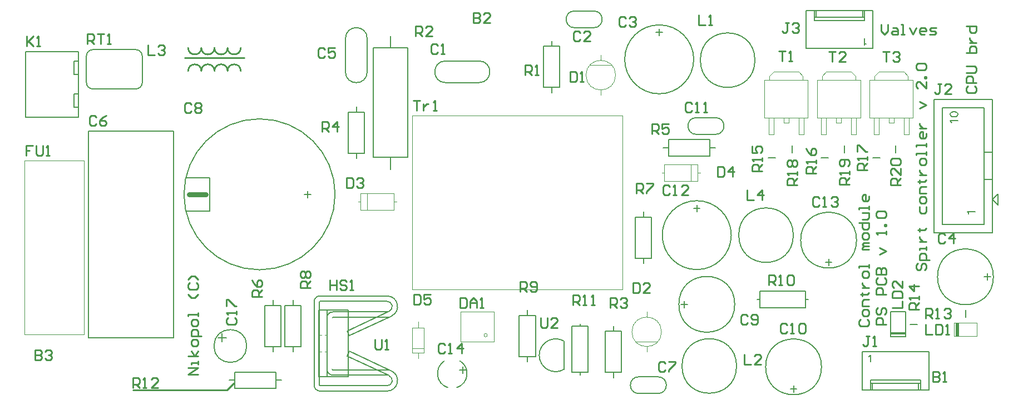
<source format=gto>
%FSLAX24Y24*%
%MOIN*%
G70*
G01*
G75*
G04 Layer_Color=65535*
%ADD10R,0.0374X0.0551*%
%ADD11R,0.0551X0.0374*%
G04:AMPARAMS|DCode=12|XSize=228.3mil|YSize=244.1mil|CornerRadius=57.1mil|HoleSize=0mil|Usage=FLASHONLY|Rotation=0.000|XOffset=0mil|YOffset=0mil|HoleType=Round|Shape=RoundedRectangle|*
%AMROUNDEDRECTD12*
21,1,0.2283,0.1299,0,0,0.0*
21,1,0.1142,0.2441,0,0,0.0*
1,1,0.1142,0.0571,-0.0650*
1,1,0.1142,-0.0571,-0.0650*
1,1,0.1142,-0.0571,0.0650*
1,1,0.1142,0.0571,0.0650*
%
%ADD12ROUNDEDRECTD12*%
G04:AMPARAMS|DCode=13|XSize=63mil|YSize=118.1mil|CornerRadius=15.7mil|HoleSize=0mil|Usage=FLASHONLY|Rotation=0.000|XOffset=0mil|YOffset=0mil|HoleType=Round|Shape=RoundedRectangle|*
%AMROUNDEDRECTD13*
21,1,0.0630,0.0866,0,0,0.0*
21,1,0.0315,0.1181,0,0,0.0*
1,1,0.0315,0.0157,-0.0433*
1,1,0.0315,-0.0157,-0.0433*
1,1,0.0315,-0.0157,0.0433*
1,1,0.0315,0.0157,0.0433*
%
%ADD13ROUNDEDRECTD13*%
G04:AMPARAMS|DCode=14|XSize=40mil|YSize=60mil|CornerRadius=10mil|HoleSize=0mil|Usage=FLASHONLY|Rotation=270.000|XOffset=0mil|YOffset=0mil|HoleType=Round|Shape=RoundedRectangle|*
%AMROUNDEDRECTD14*
21,1,0.0400,0.0400,0,0,270.0*
21,1,0.0200,0.0600,0,0,270.0*
1,1,0.0200,-0.0200,-0.0100*
1,1,0.0200,-0.0200,0.0100*
1,1,0.0200,0.0200,0.0100*
1,1,0.0200,0.0200,-0.0100*
%
%ADD14ROUNDEDRECTD14*%
G04:AMPARAMS|DCode=15|XSize=40mil|YSize=60mil|CornerRadius=10mil|HoleSize=0mil|Usage=FLASHONLY|Rotation=180.000|XOffset=0mil|YOffset=0mil|HoleType=Round|Shape=RoundedRectangle|*
%AMROUNDEDRECTD15*
21,1,0.0400,0.0400,0,0,180.0*
21,1,0.0200,0.0600,0,0,180.0*
1,1,0.0200,-0.0100,0.0200*
1,1,0.0200,0.0100,0.0200*
1,1,0.0200,0.0100,-0.0200*
1,1,0.0200,-0.0100,-0.0200*
%
%ADD15ROUNDEDRECTD15*%
%ADD16C,0.0197*%
%ADD17C,0.0394*%
%ADD18C,0.0295*%
%ADD19C,0.0138*%
%ADD20C,0.0118*%
%ADD21C,0.0630*%
%ADD22R,0.0591X0.0591*%
%ADD23C,0.0591*%
%ADD24R,0.0630X0.0630*%
%ADD25C,0.0748*%
G04:AMPARAMS|DCode=26|XSize=98.4mil|YSize=98.4mil|CornerRadius=0mil|HoleSize=0mil|Usage=FLASHONLY|Rotation=90.000|XOffset=0mil|YOffset=0mil|HoleType=Round|Shape=Octagon|*
%AMOCTAGOND26*
4,1,8,0.0246,0.0492,-0.0246,0.0492,-0.0492,0.0246,-0.0492,-0.0246,-0.0246,-0.0492,0.0246,-0.0492,0.0492,-0.0246,0.0492,0.0246,0.0246,0.0492,0.0*
%
%ADD26OCTAGOND26*%

%ADD27C,0.0984*%
%ADD28C,0.0787*%
G04:AMPARAMS|DCode=29|XSize=78.7mil|YSize=78.7mil|CornerRadius=0mil|HoleSize=0mil|Usage=FLASHONLY|Rotation=0.000|XOffset=0mil|YOffset=0mil|HoleType=Round|Shape=Octagon|*
%AMOCTAGOND29*
4,1,8,0.0394,-0.0197,0.0394,0.0197,0.0197,0.0394,-0.0197,0.0394,-0.0394,0.0197,-0.0394,-0.0197,-0.0197,-0.0394,0.0197,-0.0394,0.0394,-0.0197,0.0*
%
%ADD29OCTAGOND29*%

G04:AMPARAMS|DCode=30|XSize=59.1mil|YSize=59.1mil|CornerRadius=0mil|HoleSize=0mil|Usage=FLASHONLY|Rotation=180.000|XOffset=0mil|YOffset=0mil|HoleType=Round|Shape=Octagon|*
%AMOCTAGOND30*
4,1,8,-0.0295,0.0148,-0.0295,-0.0148,-0.0148,-0.0295,0.0148,-0.0295,0.0295,-0.0148,0.0295,0.0148,0.0148,0.0295,-0.0148,0.0295,-0.0295,0.0148,0.0*
%
%ADD30OCTAGOND30*%

%ADD31C,0.2559*%
%ADD32C,0.1181*%
%ADD33R,0.0591X0.0591*%
%ADD34C,0.0709*%
%ADD35C,0.1575*%
%ADD36R,0.1575X0.1575*%
G04:AMPARAMS|DCode=37|XSize=59.1mil|YSize=59.1mil|CornerRadius=0mil|HoleSize=0mil|Usage=FLASHONLY|Rotation=270.000|XOffset=0mil|YOffset=0mil|HoleType=Round|Shape=Octagon|*
%AMOCTAGOND37*
4,1,8,-0.0148,-0.0295,0.0148,-0.0295,0.0295,-0.0148,0.0295,0.0148,0.0148,0.0295,-0.0148,0.0295,-0.0295,0.0148,-0.0295,-0.0148,-0.0148,-0.0295,0.0*
%
%ADD37OCTAGOND37*%

%ADD38C,0.0669*%
%ADD39C,0.0500*%
%ADD40R,0.0551X0.0413*%
G04:AMPARAMS|DCode=41|XSize=80mil|YSize=130mil|CornerRadius=20mil|HoleSize=0mil|Usage=FLASHONLY|Rotation=270.000|XOffset=0mil|YOffset=0mil|HoleType=Round|Shape=RoundedRectangle|*
%AMROUNDEDRECTD41*
21,1,0.0800,0.0900,0,0,270.0*
21,1,0.0400,0.1300,0,0,270.0*
1,1,0.0400,-0.0450,-0.0200*
1,1,0.0400,-0.0450,0.0200*
1,1,0.0400,0.0450,0.0200*
1,1,0.0400,0.0450,-0.0200*
%
%ADD41ROUNDEDRECTD41*%
G04:AMPARAMS|DCode=42|XSize=39.4mil|YSize=98.4mil|CornerRadius=9.8mil|HoleSize=0mil|Usage=FLASHONLY|Rotation=180.000|XOffset=0mil|YOffset=0mil|HoleType=Round|Shape=RoundedRectangle|*
%AMROUNDEDRECTD42*
21,1,0.0394,0.0787,0,0,180.0*
21,1,0.0197,0.0984,0,0,180.0*
1,1,0.0197,-0.0098,0.0394*
1,1,0.0197,0.0098,0.0394*
1,1,0.0197,0.0098,-0.0394*
1,1,0.0197,-0.0098,-0.0394*
%
%ADD42ROUNDEDRECTD42*%
%ADD43C,0.0787*%
%ADD44C,0.1181*%
%ADD45R,0.5000X0.2700*%
%ADD46R,0.3850X0.3250*%
%ADD47C,0.0079*%
%ADD48C,0.0050*%
%ADD49C,0.0049*%
%ADD50C,0.0100*%
%ADD51C,0.0039*%
%ADD52C,0.0315*%
%ADD53C,0.0059*%
%ADD54R,0.0883X0.0118*%
%ADD55R,0.0200X0.0800*%
D47*
X31786Y10246D02*
G03*
X32054Y11454I0J634D01*
G01*
X27420Y10604D02*
G03*
X27778Y10246I358J0D01*
G01*
X31786Y10565D02*
G03*
X31919Y11165I0J315D01*
G01*
X27778Y15954D02*
G03*
X27420Y15596I0J-358D01*
G01*
X27739Y10604D02*
G03*
X27778Y10565I39J0D01*
G01*
X32054Y14746D02*
G03*
X31786Y15954I-268J574D01*
G01*
X27778Y15635D02*
G03*
X27739Y15596I0J-39D01*
G01*
X31919Y15035D02*
G03*
X31786Y15635I-133J285D01*
G01*
X28187Y11561D02*
G03*
X28546Y11202I358J0D01*
G01*
Y14998D02*
G03*
X28187Y14639I0J-358D01*
G01*
X28506Y11561D02*
G03*
X28546Y11521I39J0D01*
G01*
Y14679D02*
G03*
X28506Y14639I0J-39D01*
G01*
X57823Y11700D02*
G03*
X57823Y11700I-1673J0D01*
G01*
X52623Y15450D02*
G03*
X52623Y15450I-1673J0D01*
G01*
X52734Y11750D02*
G03*
X52734Y11750I-1634J0D01*
G01*
X59923Y19300D02*
G03*
X59923Y19300I-1673J0D01*
G01*
X56134Y19600D02*
G03*
X56134Y19600I-1634J0D01*
G01*
X68123Y17100D02*
G03*
X68123Y17100I-1673J0D01*
G01*
X14170Y30731D02*
G03*
X13777Y30337I0J-394D01*
G01*
Y28763D02*
G03*
X14170Y28369I394J0D01*
G01*
X16730D02*
G03*
X17123Y28763I0J394D01*
G01*
Y30337D02*
G03*
X16730Y30731I-394J0D01*
G01*
X28678Y22050D02*
G03*
X28678Y22050I-4528J0D01*
G01*
X52417Y19600D02*
G03*
X52417Y19600I-2067J0D01*
G01*
X35980Y10460D02*
G03*
X36154Y12060I-280J840D01*
G01*
X35209Y12037D02*
G03*
X35420Y10460I491J-737D01*
G01*
X50167Y30150D02*
G03*
X50167Y30150I-2067J0D01*
G01*
X53834Y30100D02*
G03*
X53834Y30100I-1634J0D01*
G01*
X29523Y12634D02*
X32054Y11454D01*
X27778Y10246D02*
X31786D01*
X29388Y12345D02*
X29523Y12634D01*
X29388Y12345D02*
X31919Y11165D01*
X27420Y10604D02*
Y15596D01*
X27778Y10565D02*
X31786D01*
X27778Y15954D02*
X31786D01*
X27739Y10604D02*
Y15596D01*
X29523Y13566D02*
X32054Y14746D01*
X29388Y13855D02*
X29523Y13566D01*
X27778Y15635D02*
X31786D01*
X29388Y13855D02*
X31919Y15035D01*
X28546Y11202D02*
X31839D01*
X28546Y14998D02*
X31839D01*
X28187Y11561D02*
Y12383D01*
Y13817D02*
Y14639D01*
X28546Y11521D02*
X31909D01*
X28546Y14679D02*
X31909D01*
X53972Y15750D02*
X54122D01*
X56878D02*
X57028D01*
X54122Y16242D02*
X56878D01*
Y15258D02*
Y16242D01*
X54122Y15258D02*
X56878D01*
X54122Y16242D02*
X54122Y15258D01*
X55953Y10381D02*
X56347D01*
X56150Y10184D02*
Y10578D01*
X49415Y15450D02*
X49808D01*
X49611Y15253D02*
Y15647D01*
X45350Y13840D02*
Y14155D01*
Y11045D02*
Y11360D01*
X44858D02*
Y13840D01*
X45842D01*
Y11360D02*
Y13840D01*
X44858Y11360D02*
X45842D01*
X58053Y17981D02*
X58447D01*
X58250Y17784D02*
Y18178D01*
X62250Y24533D02*
Y24967D01*
X60883Y24250D02*
X61317D01*
X59200Y24533D02*
Y24967D01*
X57783Y24250D02*
X58217D01*
X56050Y24533D02*
Y24967D01*
X54633Y24250D02*
X55067D01*
X57507Y32691D02*
Y33085D01*
X60293Y32691D02*
Y33085D01*
X57400Y32691D02*
X60400D01*
X57400Y32482D02*
Y33085D01*
Y32482D02*
X60400D01*
Y33085D01*
X56900D02*
X60900D01*
X56900Y30801D02*
Y33085D01*
Y30801D02*
X60900D01*
Y33085D01*
X24950Y12595D02*
Y12910D01*
Y15390D02*
Y15705D01*
X25442Y12910D02*
Y15390D01*
X24458Y12910D02*
X25442D01*
X24458D02*
Y15390D01*
X25442D01*
X26150Y12595D02*
Y12910D01*
Y15390D02*
Y15705D01*
X26642Y12910D02*
Y15390D01*
X25658Y12910D02*
X26642D01*
X25658D02*
Y15390D01*
X26642D01*
X29950Y24195D02*
Y24510D01*
Y26990D02*
Y27305D01*
X30442Y24510D02*
Y26990D01*
X29458Y24510D02*
X30442D01*
X29458D02*
Y26990D01*
X30442D01*
X63133Y14250D02*
X63567D01*
X22345Y10900D02*
X22660D01*
X25140D02*
X25455D01*
X22660Y10408D02*
X25140D01*
X22660D02*
Y11392D01*
X25140D01*
Y10408D02*
Y11392D01*
X66450Y14683D02*
Y15117D01*
X67769Y16903D02*
Y17297D01*
X67572Y17100D02*
X67966D01*
X19009Y13449D02*
Y25851D01*
X13891Y13449D02*
Y25851D01*
Y13449D02*
X19009D01*
X13891Y25851D02*
X19009D01*
X13777Y28763D02*
Y30337D01*
X14170Y28369D02*
X16730D01*
X17123Y28763D02*
Y30337D01*
X14170Y30731D02*
X16730D01*
X27024Y21833D02*
Y22227D01*
X26827Y22030D02*
X27221D01*
X19768Y21050D02*
X21168D01*
X19768Y23050D02*
X21168D01*
Y21050D02*
Y23050D01*
X48345Y24850D02*
X48660D01*
X51140D02*
X51455D01*
X48660Y24358D02*
X51140D01*
X48660D02*
Y25342D01*
X51140D01*
Y24358D02*
Y25342D01*
X50350Y21017D02*
Y21411D01*
X50153Y21214D02*
X50547D01*
X47150Y17895D02*
Y18210D01*
Y20690D02*
Y21005D01*
X47642Y18210D02*
Y20690D01*
X46658Y18210D02*
X47642D01*
X46658D02*
Y20690D01*
X47642D01*
X36330Y11320D02*
Y11713D01*
X36133Y11517D02*
X36527D01*
X40200Y14790D02*
Y15105D01*
Y11995D02*
Y12310D01*
X39708D02*
Y14790D01*
X40692D01*
Y12310D02*
Y14790D01*
X39708Y12310D02*
X40692D01*
X60250Y10315D02*
Y12599D01*
X64250D01*
Y10315D02*
Y12599D01*
X60250Y10315D02*
X64250D01*
X60750D02*
Y10918D01*
X63750D01*
Y10315D02*
Y10918D01*
X60750Y10709D02*
X63750D01*
X60857Y10315D02*
Y10709D01*
X63643Y10315D02*
Y10709D01*
X43350Y11222D02*
Y11372D01*
Y14128D02*
Y14278D01*
X42858Y11372D02*
Y14128D01*
X43842D01*
Y11372D02*
Y14128D01*
X42858Y11372D02*
X43842Y11372D01*
X68390Y21412D02*
Y22092D01*
X68050Y21752D02*
X68390Y21412D01*
X68050Y21752D02*
X68390Y22092D01*
X64550Y19750D02*
Y27750D01*
X68050D01*
Y19750D02*
Y27750D01*
X64550Y19750D02*
X68050D01*
X67550Y20250D02*
Y27250D01*
X65050Y20250D02*
X67550D01*
X65050D02*
Y27250D01*
X67550D01*
Y22940D02*
X68050D01*
X67550Y24560D02*
X68050D01*
X28200Y11100D02*
Y15100D01*
X27700Y11100D02*
Y15100D01*
X29450D01*
Y11100D02*
Y15100D01*
X27700Y11100D02*
X29450D01*
X30976Y30837D02*
X33024D01*
X30976Y24263D02*
Y30837D01*
Y24263D02*
X33024D01*
Y30837D01*
X32000D02*
Y31550D01*
Y23550D02*
Y24263D01*
X41650Y28145D02*
Y28460D01*
Y30940D02*
Y31255D01*
X42142Y28460D02*
Y30940D01*
X41158Y28460D02*
X42142D01*
X41158D02*
Y30940D01*
X42142D01*
X48100Y31567D02*
Y31961D01*
X47903Y31764D02*
X48297D01*
X66640Y20884D02*
X66618Y20929D01*
X66550Y20996D01*
X67022D01*
X65616Y26346D02*
X65594Y26391D01*
X65526Y26459D01*
X65999D01*
X65526Y26828D02*
X65549Y26760D01*
X65616Y26715D01*
X65729Y26693D01*
X65796D01*
X65909Y26715D01*
X65976Y26760D01*
X65999Y26828D01*
Y26873D01*
X65976Y26940D01*
X65909Y26985D01*
X65796Y27008D01*
X65729D01*
X65616Y26985D01*
X65549Y26940D01*
X65526Y26873D01*
Y26828D01*
D48*
X44177Y32050D02*
G03*
X44177Y33050I0J500D01*
G01*
X43023D02*
G03*
X43023Y32050I0J-500D01*
G01*
X23384Y12950D02*
G03*
X23384Y12950I-984J0D01*
G01*
X35300Y30050D02*
G03*
X35300Y28750I0J-650D01*
G01*
X37300D02*
G03*
X37300Y30050I0J650D01*
G01*
X50323Y26650D02*
G03*
X50323Y25650I0J-500D01*
G01*
X51477D02*
G03*
X51477Y26650I0J500D01*
G01*
X42400Y13240D02*
G03*
X42400Y11550I-505J-845D01*
G01*
X48027Y10100D02*
G03*
X48027Y11100I0J500D01*
G01*
X46873D02*
G03*
X46873Y10100I0J-500D01*
G01*
X29300Y29400D02*
G03*
X30600Y29400I650J0D01*
G01*
Y31400D02*
G03*
X29300Y31400I-650J0D01*
G01*
X43023Y32050D02*
X44177D01*
X43023Y33050D02*
X44177D01*
X61950Y15000D02*
X62850D01*
X61950Y13500D02*
X62850D01*
Y15000D01*
X61950Y13500D02*
Y15000D01*
X21900Y13200D02*
Y13700D01*
X21650Y13450D02*
X22150D01*
X35300Y28750D02*
X37300D01*
X35300Y30050D02*
X37300D01*
X10137Y26681D02*
X13287D01*
X10137D02*
Y30619D01*
X13287Y26681D02*
Y30619D01*
X10137D02*
X13287D01*
X13031Y27272D02*
X13287D01*
X13031D02*
Y28059D01*
X13287D01*
X13031Y29241D02*
X13287D01*
X13031D02*
Y30028D01*
X13287D01*
X50323Y26650D02*
X51477D01*
X50323Y25650D02*
X51477D01*
X42400Y13240D02*
X42400Y11550D01*
X46873Y10100D02*
X48027D01*
X46873Y11100D02*
X48027D01*
X30600Y29400D02*
Y31400D01*
X29300Y29400D02*
Y31400D01*
D49*
X45486Y29200D02*
G03*
X45486Y29200I-886J0D01*
G01*
X48236Y13800D02*
G03*
X48236Y13800I-886J0D01*
G01*
X54400Y26650D02*
X57000D01*
X54400D02*
Y28900D01*
X57000D01*
Y26650D02*
Y28900D01*
X54700D02*
Y29150D01*
X54950Y29400D01*
X56450D01*
X56700Y29150D01*
Y28900D02*
Y29150D01*
X54650Y25650D02*
Y26650D01*
Y25650D02*
X54950D01*
Y26650D01*
X56750Y25650D02*
Y26650D01*
X56450Y25650D02*
X56750D01*
X56450D02*
Y26650D01*
X55550Y26350D02*
Y26650D01*
Y26350D02*
X55850D01*
Y26650D01*
X57550D02*
X60150D01*
X57550D02*
Y28900D01*
X60150D01*
Y26650D02*
Y28900D01*
X57850D02*
Y29150D01*
X58100Y29400D01*
X59600D01*
X59850Y29150D01*
Y28900D02*
Y29150D01*
X57800Y25650D02*
Y26650D01*
Y25650D02*
X58100D01*
Y26650D01*
X59900Y25650D02*
Y26650D01*
X59600Y25650D02*
X59900D01*
X59600D02*
Y26650D01*
X58700Y26350D02*
Y26650D01*
Y26350D02*
X59000D01*
Y26650D01*
X60700D02*
X63300D01*
X60700D02*
Y28900D01*
X63300D01*
Y26650D02*
Y28900D01*
X61000D02*
Y29150D01*
X61250Y29400D01*
X62750D01*
X63000Y29150D01*
Y28900D02*
Y29150D01*
X60950Y25650D02*
Y26650D01*
Y25650D02*
X61250D01*
Y26650D01*
X63050Y25650D02*
Y26650D01*
X62750Y25650D02*
X63050D01*
X62750D02*
Y26650D01*
X61850Y26350D02*
Y26650D01*
Y26350D02*
X62150D01*
Y26650D01*
X44600Y30086D02*
Y30400D01*
Y28000D02*
Y28314D01*
X43950Y29800D02*
X45250D01*
X48400Y22850D02*
Y23850D01*
Y22850D02*
X50400D01*
Y23850D01*
X50000Y22850D02*
Y23850D01*
X48250Y23350D02*
X48400D01*
X50400D02*
X50550D01*
X48400Y23850D02*
X50400D01*
X67139Y13556D02*
Y14344D01*
X65761Y13556D02*
Y14344D01*
Y13556D02*
X67139D01*
X65761Y14344D02*
X67139D01*
X47350Y12600D02*
Y12914D01*
Y14686D02*
Y15000D01*
X46700Y13200D02*
X48000D01*
X32200Y21100D02*
Y22100D01*
X30200D02*
X32200D01*
X30200Y21100D02*
Y22100D01*
X30600Y21100D02*
Y22100D01*
X32200Y21600D02*
X32350D01*
X30050D02*
X30200D01*
Y21100D02*
X32200D01*
X33990Y12550D02*
Y14050D01*
X33650Y12200D02*
Y12550D01*
Y14050D02*
Y14400D01*
X33310Y12800D02*
X33990D01*
X33310Y12550D02*
X33990D01*
X33310D02*
Y14050D01*
X33990D01*
D50*
X20663Y29456D02*
G03*
X19875Y29456I-394J0D01*
G01*
X21450D02*
G03*
X20663Y29456I-394J0D01*
G01*
X22237D02*
G03*
X21450Y29456I-394J0D01*
G01*
X23025D02*
G03*
X22237Y29456I-394J0D01*
G01*
Y30834D02*
G03*
X23025Y30834I394J0D01*
G01*
X21450D02*
G03*
X22237Y30834I394J0D01*
G01*
X20663D02*
G03*
X21450Y30834I394J0D01*
G01*
X19875D02*
G03*
X20663Y30834I394J0D01*
G01*
X22200Y10300D02*
X22600Y10700D01*
X16550Y10300D02*
X22200D01*
X19678Y30244D02*
X23222D01*
X66600Y28550D02*
X66500Y28450D01*
Y28250D01*
X66600Y28150D01*
X67000D01*
X67100Y28250D01*
Y28450D01*
X67000Y28550D01*
X67100Y28750D02*
X66500D01*
Y29050D01*
X66600Y29150D01*
X66800D01*
X66900Y29050D01*
Y28750D01*
X66500Y29350D02*
X67000D01*
X67100Y29450D01*
Y29650D01*
X67000Y29749D01*
X66500D01*
Y30549D02*
X67100D01*
Y30849D01*
X67000Y30949D01*
X66900D01*
X66800D01*
X66700Y30849D01*
Y30549D01*
Y31149D02*
X67100D01*
X66900D01*
X66800Y31249D01*
X66700Y31349D01*
Y31449D01*
X66500Y32149D02*
X67100D01*
Y31849D01*
X67000Y31749D01*
X66800D01*
X66700Y31849D01*
Y32149D01*
X28350Y16900D02*
Y16300D01*
Y16600D01*
X28750D01*
Y16900D01*
Y16300D01*
X29350Y16800D02*
X29250Y16900D01*
X29050D01*
X28950Y16800D01*
Y16700D01*
X29050Y16600D01*
X29250D01*
X29350Y16500D01*
Y16400D01*
X29250Y16300D01*
X29050D01*
X28950Y16400D01*
X29550Y16300D02*
X29750D01*
X29650D01*
Y16900D01*
X29550Y16800D01*
X63600Y17900D02*
X63500Y17800D01*
Y17600D01*
X63600Y17500D01*
X63700D01*
X63800Y17600D01*
Y17800D01*
X63900Y17900D01*
X64000D01*
X64100Y17800D01*
Y17600D01*
X64000Y17500D01*
X64300Y18100D02*
X63700D01*
Y18400D01*
X63800Y18500D01*
X64000D01*
X64100Y18400D01*
Y18100D01*
Y18700D02*
Y18900D01*
Y18800D01*
X63700D01*
Y18700D01*
Y19199D02*
X64100D01*
X63900D01*
X63800Y19299D01*
X63700Y19399D01*
Y19499D01*
X63600Y19899D02*
X63700D01*
Y19799D01*
Y19999D01*
Y19899D01*
X64000D01*
X64100Y19999D01*
X63700Y21299D02*
Y20999D01*
X63800Y20899D01*
X64000D01*
X64100Y20999D01*
Y21299D01*
Y21599D02*
Y21799D01*
X64000Y21899D01*
X63800D01*
X63700Y21799D01*
Y21599D01*
X63800Y21499D01*
X64000D01*
X64100Y21599D01*
Y22099D02*
X63700D01*
Y22398D01*
X63800Y22498D01*
X64100D01*
X63600Y22798D02*
X63700D01*
Y22698D01*
Y22898D01*
Y22798D01*
X64000D01*
X64100Y22898D01*
X63700Y23198D02*
X64100D01*
X63900D01*
X63800Y23298D01*
X63700Y23398D01*
Y23498D01*
X64100Y23898D02*
Y24098D01*
X64000Y24198D01*
X63800D01*
X63700Y24098D01*
Y23898D01*
X63800Y23798D01*
X64000D01*
X64100Y23898D01*
Y24398D02*
Y24598D01*
Y24498D01*
X63500D01*
Y24398D01*
X64100Y24898D02*
Y25098D01*
Y24998D01*
X63500D01*
Y24898D01*
X64100Y25697D02*
Y25497D01*
X64000Y25397D01*
X63800D01*
X63700Y25497D01*
Y25697D01*
X63800Y25797D01*
X63900D01*
Y25397D01*
X63700Y25997D02*
X64100D01*
X63900D01*
X63800Y26097D01*
X63700Y26197D01*
Y26297D01*
Y27197D02*
X64100Y27397D01*
X63700Y27597D01*
X64100Y28796D02*
Y28396D01*
X63700Y28796D01*
X63600D01*
X63500Y28696D01*
Y28496D01*
X63600Y28396D01*
X64100Y28996D02*
X64000D01*
Y29096D01*
X64100D01*
Y28996D01*
X63600Y29496D02*
X63500Y29596D01*
Y29796D01*
X63600Y29896D01*
X64000D01*
X64100Y29796D01*
Y29596D01*
X64000Y29496D01*
X63600D01*
X40985Y14635D02*
Y14135D01*
X41085Y14035D01*
X41285D01*
X41385Y14135D01*
Y14635D01*
X41985Y14035D02*
X41585D01*
X41985Y14435D01*
Y14535D01*
X41885Y14635D01*
X41685D01*
X41585Y14535D01*
X31050Y13350D02*
Y12850D01*
X31150Y12750D01*
X31350D01*
X31450Y12850D01*
Y13350D01*
X31650Y12750D02*
X31850D01*
X31750D01*
Y13350D01*
X31650Y13250D01*
X33380Y27690D02*
X33780D01*
X33580D01*
Y27090D01*
X33980Y27490D02*
Y27090D01*
Y27290D01*
X34080Y27390D01*
X34180Y27490D01*
X34280D01*
X34580Y27090D02*
X34780D01*
X34680D01*
Y27690D01*
X34580Y27590D01*
X61500Y30600D02*
X61900D01*
X61700D01*
Y30000D01*
X62100Y30500D02*
X62200Y30600D01*
X62400D01*
X62500Y30500D01*
Y30400D01*
X62400Y30300D01*
X62300D01*
X62400D01*
X62500Y30200D01*
Y30100D01*
X62400Y30000D01*
X62200D01*
X62100Y30100D01*
X58250Y30600D02*
X58650D01*
X58450D01*
Y30000D01*
X59250D02*
X58850D01*
X59250Y30400D01*
Y30500D01*
X59150Y30600D01*
X58950D01*
X58850Y30500D01*
X55250Y30650D02*
X55650D01*
X55450D01*
Y30050D01*
X55850D02*
X56050D01*
X55950D01*
Y30650D01*
X55850Y30550D01*
X13835Y31075D02*
Y31675D01*
X14135D01*
X14235Y31575D01*
Y31375D01*
X14135Y31275D01*
X13835D01*
X14035D02*
X14235Y31075D01*
X14435Y31675D02*
X14835D01*
X14635D01*
Y31075D01*
X15035D02*
X15235D01*
X15135D01*
Y31675D01*
X15035Y31575D01*
X62550Y22600D02*
X61950D01*
Y22900D01*
X62050Y23000D01*
X62250D01*
X62350Y22900D01*
Y22600D01*
Y22800D02*
X62550Y23000D01*
Y23600D02*
Y23200D01*
X62150Y23600D01*
X62050D01*
X61950Y23500D01*
Y23300D01*
X62050Y23200D01*
Y23800D02*
X61950Y23900D01*
Y24100D01*
X62050Y24199D01*
X62450D01*
X62550Y24100D01*
Y23900D01*
X62450Y23800D01*
X62050D01*
X59500Y22650D02*
X58900D01*
Y22950D01*
X59000Y23050D01*
X59200D01*
X59300Y22950D01*
Y22650D01*
Y22850D02*
X59500Y23050D01*
Y23250D02*
Y23450D01*
Y23350D01*
X58900D01*
X59000Y23250D01*
X59400Y23750D02*
X59500Y23850D01*
Y24050D01*
X59400Y24150D01*
X59000D01*
X58900Y24050D01*
Y23850D01*
X59000Y23750D01*
X59100D01*
X59200Y23850D01*
Y24150D01*
X56350Y22600D02*
X55750D01*
Y22900D01*
X55850Y23000D01*
X56050D01*
X56150Y22900D01*
Y22600D01*
Y22800D02*
X56350Y23000D01*
Y23200D02*
Y23400D01*
Y23300D01*
X55750D01*
X55850Y23200D01*
Y23700D02*
X55750Y23800D01*
Y24000D01*
X55850Y24100D01*
X55950D01*
X56050Y24000D01*
X56150Y24100D01*
X56250D01*
X56350Y24000D01*
Y23800D01*
X56250Y23700D01*
X56150D01*
X56050Y23800D01*
X55950Y23700D01*
X55850D01*
X56050Y23800D02*
Y24000D01*
X60550Y23500D02*
X59950D01*
Y23800D01*
X60050Y23900D01*
X60250D01*
X60350Y23800D01*
Y23500D01*
Y23700D02*
X60550Y23900D01*
Y24100D02*
Y24300D01*
Y24200D01*
X59950D01*
X60050Y24100D01*
X59950Y24600D02*
Y25000D01*
X60050D01*
X60450Y24600D01*
X60550D01*
X57500Y23300D02*
X56900D01*
Y23600D01*
X57000Y23700D01*
X57200D01*
X57300Y23600D01*
Y23300D01*
Y23500D02*
X57500Y23700D01*
Y23900D02*
Y24100D01*
Y24000D01*
X56900D01*
X57000Y23900D01*
X56900Y24800D02*
X57000Y24600D01*
X57200Y24400D01*
X57400D01*
X57500Y24500D01*
Y24700D01*
X57400Y24800D01*
X57300D01*
X57200Y24700D01*
Y24400D01*
X54250Y23450D02*
X53650D01*
Y23750D01*
X53750Y23850D01*
X53950D01*
X54050Y23750D01*
Y23450D01*
Y23650D02*
X54250Y23850D01*
Y24050D02*
Y24250D01*
Y24150D01*
X53650D01*
X53750Y24050D01*
X53650Y24950D02*
Y24550D01*
X53950D01*
X53850Y24750D01*
Y24850D01*
X53950Y24950D01*
X54150D01*
X54250Y24850D01*
Y24650D01*
X54150Y24550D01*
X63650Y15150D02*
X63050D01*
Y15450D01*
X63150Y15550D01*
X63350D01*
X63450Y15450D01*
Y15150D01*
Y15350D02*
X63650Y15550D01*
Y15750D02*
Y15950D01*
Y15850D01*
X63050D01*
X63150Y15750D01*
X63650Y16550D02*
X63050D01*
X63350Y16250D01*
Y16650D01*
X64050Y14600D02*
Y15200D01*
X64350D01*
X64450Y15100D01*
Y14900D01*
X64350Y14800D01*
X64050D01*
X64250D02*
X64450Y14600D01*
X64650D02*
X64850D01*
X64750D01*
Y15200D01*
X64650Y15100D01*
X65150D02*
X65250Y15200D01*
X65450D01*
X65550Y15100D01*
Y15000D01*
X65450Y14900D01*
X65350D01*
X65450D01*
X65550Y14800D01*
Y14700D01*
X65450Y14600D01*
X65250D01*
X65150Y14700D01*
X16550Y10450D02*
Y11050D01*
X16850D01*
X16950Y10950D01*
Y10750D01*
X16850Y10650D01*
X16550D01*
X16750D02*
X16950Y10450D01*
X17150D02*
X17350D01*
X17250D01*
Y11050D01*
X17150Y10950D01*
X18050Y10450D02*
X17650D01*
X18050Y10850D01*
Y10950D01*
X17950Y11050D01*
X17750D01*
X17650Y10950D01*
X42920Y15400D02*
Y16000D01*
X43220D01*
X43320Y15900D01*
Y15700D01*
X43220Y15600D01*
X42920D01*
X43120D02*
X43320Y15400D01*
X43520D02*
X43720D01*
X43620D01*
Y16000D01*
X43520Y15900D01*
X44020Y15400D02*
X44220D01*
X44120D01*
Y16000D01*
X44020Y15900D01*
X54650Y16600D02*
Y17200D01*
X54950D01*
X55050Y17100D01*
Y16900D01*
X54950Y16800D01*
X54650D01*
X54850D02*
X55050Y16600D01*
X55250D02*
X55450D01*
X55350D01*
Y17200D01*
X55250Y17100D01*
X55750D02*
X55850Y17200D01*
X56050D01*
X56150Y17100D01*
Y16700D01*
X56050Y16600D01*
X55850D01*
X55750Y16700D01*
Y17100D01*
X39770Y16200D02*
Y16800D01*
X40070D01*
X40170Y16700D01*
Y16500D01*
X40070Y16400D01*
X39770D01*
X39970D02*
X40170Y16200D01*
X40370Y16300D02*
X40470Y16200D01*
X40670D01*
X40770Y16300D01*
Y16700D01*
X40670Y16800D01*
X40470D01*
X40370Y16700D01*
Y16600D01*
X40470Y16500D01*
X40770D01*
X27200Y16450D02*
X26600D01*
Y16750D01*
X26700Y16850D01*
X26900D01*
X27000Y16750D01*
Y16450D01*
Y16650D02*
X27200Y16850D01*
X26700Y17050D02*
X26600Y17150D01*
Y17350D01*
X26700Y17450D01*
X26800D01*
X26900Y17350D01*
X27000Y17450D01*
X27100D01*
X27200Y17350D01*
Y17150D01*
X27100Y17050D01*
X27000D01*
X26900Y17150D01*
X26800Y17050D01*
X26700D01*
X26900Y17150D02*
Y17350D01*
X46720Y22100D02*
Y22700D01*
X47020D01*
X47120Y22600D01*
Y22400D01*
X47020Y22300D01*
X46720D01*
X46920D02*
X47120Y22100D01*
X47320Y22700D02*
X47720D01*
Y22600D01*
X47320Y22200D01*
Y22100D01*
X24300Y15900D02*
X23700D01*
Y16200D01*
X23800Y16300D01*
X24000D01*
X24100Y16200D01*
Y15900D01*
Y16100D02*
X24300Y16300D01*
X23700Y16900D02*
X23800Y16700D01*
X24000Y16500D01*
X24200D01*
X24300Y16600D01*
Y16800D01*
X24200Y16900D01*
X24100D01*
X24000Y16800D01*
Y16500D01*
X47650Y25680D02*
Y26280D01*
X47950D01*
X48050Y26180D01*
Y25980D01*
X47950Y25880D01*
X47650D01*
X47850D02*
X48050Y25680D01*
X48650Y26280D02*
X48250D01*
Y25980D01*
X48450Y26080D01*
X48550D01*
X48650Y25980D01*
Y25780D01*
X48550Y25680D01*
X48350D01*
X48250Y25780D01*
X27900Y25800D02*
Y26400D01*
X28200D01*
X28300Y26300D01*
Y26100D01*
X28200Y26000D01*
X27900D01*
X28100D02*
X28300Y25800D01*
X28800D02*
Y26400D01*
X28500Y26100D01*
X28900D01*
X45150Y15250D02*
Y15850D01*
X45450D01*
X45550Y15750D01*
Y15550D01*
X45450Y15450D01*
X45150D01*
X45350D02*
X45550Y15250D01*
X45750Y15750D02*
X45850Y15850D01*
X46050D01*
X46150Y15750D01*
Y15650D01*
X46050Y15550D01*
X45950D01*
X46050D01*
X46150Y15450D01*
Y15350D01*
X46050Y15250D01*
X45850D01*
X45750Y15350D01*
X33500Y31550D02*
Y32150D01*
X33800D01*
X33900Y32050D01*
Y31850D01*
X33800Y31750D01*
X33500D01*
X33700D02*
X33900Y31550D01*
X34500D02*
X34100D01*
X34500Y31950D01*
Y32050D01*
X34400Y32150D01*
X34200D01*
X34100Y32050D01*
X40050Y29200D02*
Y29800D01*
X40350D01*
X40450Y29700D01*
Y29500D01*
X40350Y29400D01*
X40050D01*
X40250D02*
X40450Y29200D01*
X40650D02*
X40850D01*
X40750D01*
Y29800D01*
X40650Y29700D01*
X62050Y15250D02*
X62650D01*
Y15650D01*
X62050Y15850D02*
X62650D01*
Y16150D01*
X62550Y16250D01*
X62150D01*
X62050Y16150D01*
Y15850D01*
X62650Y16849D02*
Y16450D01*
X62250Y16849D01*
X62150D01*
X62050Y16750D01*
Y16550D01*
X62150Y16450D01*
X64050Y14250D02*
Y13650D01*
X64450D01*
X64650Y14250D02*
Y13650D01*
X64950D01*
X65050Y13750D01*
Y14150D01*
X64950Y14250D01*
X64650D01*
X65250Y13650D02*
X65450D01*
X65350D01*
Y14250D01*
X65250Y14150D01*
X53350Y22300D02*
Y21700D01*
X53750D01*
X54250D02*
Y22300D01*
X53950Y22000D01*
X54350D01*
X17450Y31000D02*
Y30400D01*
X17850D01*
X18050Y30900D02*
X18150Y31000D01*
X18350D01*
X18450Y30900D01*
Y30800D01*
X18350Y30700D01*
X18250D01*
X18350D01*
X18450Y30600D01*
Y30500D01*
X18350Y30400D01*
X18150D01*
X18050Y30500D01*
X53200Y12450D02*
Y11850D01*
X53600D01*
X54200D02*
X53800D01*
X54200Y12250D01*
Y12350D01*
X54100Y12450D01*
X53900D01*
X53800Y12350D01*
X50450Y32800D02*
Y32200D01*
X50850D01*
X51050D02*
X51250D01*
X51150D01*
Y32800D01*
X51050Y32700D01*
X10210Y31540D02*
Y30940D01*
Y31140D01*
X10610Y31540D01*
X10310Y31240D01*
X10610Y30940D01*
X10810D02*
X11010D01*
X10910D01*
Y31540D01*
X10810Y31440D01*
X65015Y28685D02*
X64815D01*
X64915D01*
Y28185D01*
X64815Y28085D01*
X64715D01*
X64615Y28185D01*
X65615Y28085D02*
X65215D01*
X65615Y28485D01*
Y28585D01*
X65515Y28685D01*
X65315D01*
X65215Y28585D01*
X60710Y13540D02*
X60510D01*
X60610D01*
Y13040D01*
X60510Y12940D01*
X60410D01*
X60310Y13040D01*
X60910Y12940D02*
X61110D01*
X61010D01*
Y13540D01*
X60910Y13440D01*
X10555Y24985D02*
X10155D01*
Y24685D01*
X10355D01*
X10155D01*
Y24385D01*
X10755Y24985D02*
Y24485D01*
X10855Y24385D01*
X11055D01*
X11155Y24485D01*
Y24985D01*
X11355Y24385D02*
X11555D01*
X11455D01*
Y24985D01*
X11355Y24885D01*
X36150Y15850D02*
Y15250D01*
X36450D01*
X36550Y15350D01*
Y15750D01*
X36450Y15850D01*
X36150D01*
X36750Y15250D02*
Y15650D01*
X36950Y15850D01*
X37150Y15650D01*
Y15250D01*
Y15550D01*
X36750D01*
X37350Y15250D02*
X37550D01*
X37450D01*
Y15850D01*
X37350Y15750D01*
X33390Y16040D02*
Y15440D01*
X33690D01*
X33790Y15540D01*
Y15940D01*
X33690Y16040D01*
X33390D01*
X34390D02*
X33990D01*
Y15740D01*
X34190Y15840D01*
X34290D01*
X34390Y15740D01*
Y15540D01*
X34290Y15440D01*
X34090D01*
X33990Y15540D01*
X51600Y23700D02*
Y23100D01*
X51900D01*
X52000Y23200D01*
Y23600D01*
X51900Y23700D01*
X51600D01*
X52500Y23100D02*
Y23700D01*
X52200Y23400D01*
X52600D01*
X29370Y23040D02*
Y22440D01*
X29670D01*
X29770Y22540D01*
Y22940D01*
X29670Y23040D01*
X29370D01*
X29970Y22940D02*
X30070Y23040D01*
X30270D01*
X30370Y22940D01*
Y22840D01*
X30270Y22740D01*
X30170D01*
X30270D01*
X30370Y22640D01*
Y22540D01*
X30270Y22440D01*
X30070D01*
X29970Y22540D01*
X46540Y16730D02*
Y16130D01*
X46840D01*
X46940Y16230D01*
Y16630D01*
X46840Y16730D01*
X46540D01*
X47540Y16130D02*
X47140D01*
X47540Y16530D01*
Y16630D01*
X47440Y16730D01*
X47240D01*
X47140Y16630D01*
X42750Y29400D02*
Y28800D01*
X43050D01*
X43150Y28900D01*
Y29300D01*
X43050Y29400D01*
X42750D01*
X43350Y28800D02*
X43550D01*
X43450D01*
Y29400D01*
X43350Y29300D01*
X22250Y14650D02*
X22150Y14550D01*
Y14350D01*
X22250Y14250D01*
X22650D01*
X22750Y14350D01*
Y14550D01*
X22650Y14650D01*
X22750Y14850D02*
Y15050D01*
Y14950D01*
X22150D01*
X22250Y14850D01*
X22150Y15350D02*
Y15750D01*
X22250D01*
X22650Y15350D01*
X22750D01*
X35270Y13010D02*
X35170Y13110D01*
X34970D01*
X34870Y13010D01*
Y12610D01*
X34970Y12510D01*
X35170D01*
X35270Y12610D01*
X35470Y12510D02*
X35670D01*
X35570D01*
Y13110D01*
X35470Y13010D01*
X36270Y12510D02*
Y13110D01*
X35970Y12810D01*
X36370D01*
X57700Y21800D02*
X57600Y21900D01*
X57400D01*
X57300Y21800D01*
Y21400D01*
X57400Y21300D01*
X57600D01*
X57700Y21400D01*
X57900Y21300D02*
X58100D01*
X58000D01*
Y21900D01*
X57900Y21800D01*
X58400D02*
X58500Y21900D01*
X58700D01*
X58800Y21800D01*
Y21700D01*
X58700Y21600D01*
X58600D01*
X58700D01*
X58800Y21500D01*
Y21400D01*
X58700Y21300D01*
X58500D01*
X58400Y21400D01*
X48740Y22510D02*
X48640Y22610D01*
X48440D01*
X48340Y22510D01*
Y22110D01*
X48440Y22010D01*
X48640D01*
X48740Y22110D01*
X48940Y22010D02*
X49140D01*
X49040D01*
Y22610D01*
X48940Y22510D01*
X49840Y22010D02*
X49440D01*
X49840Y22410D01*
Y22510D01*
X49740Y22610D01*
X49540D01*
X49440Y22510D01*
X50060Y27480D02*
X49960Y27580D01*
X49760D01*
X49660Y27480D01*
Y27080D01*
X49760Y26980D01*
X49960D01*
X50060Y27080D01*
X50260Y26980D02*
X50460D01*
X50360D01*
Y27580D01*
X50260Y27480D01*
X50760Y26980D02*
X50960D01*
X50860D01*
Y27580D01*
X50760Y27480D01*
X55750Y14200D02*
X55650Y14300D01*
X55450D01*
X55350Y14200D01*
Y13800D01*
X55450Y13700D01*
X55650D01*
X55750Y13800D01*
X55950Y13700D02*
X56150D01*
X56050D01*
Y14300D01*
X55950Y14200D01*
X56450D02*
X56550Y14300D01*
X56750D01*
X56850Y14200D01*
Y13800D01*
X56750Y13700D01*
X56550D01*
X56450Y13800D01*
Y14200D01*
X53400Y14750D02*
X53300Y14850D01*
X53100D01*
X53000Y14750D01*
Y14350D01*
X53100Y14250D01*
X53300D01*
X53400Y14350D01*
X53600D02*
X53700Y14250D01*
X53900D01*
X54000Y14350D01*
Y14750D01*
X53900Y14850D01*
X53700D01*
X53600Y14750D01*
Y14650D01*
X53700Y14550D01*
X54000D01*
X20070Y27430D02*
X19970Y27530D01*
X19770D01*
X19670Y27430D01*
Y27030D01*
X19770Y26930D01*
X19970D01*
X20070Y27030D01*
X20270Y27430D02*
X20370Y27530D01*
X20570D01*
X20670Y27430D01*
Y27330D01*
X20570Y27230D01*
X20670Y27130D01*
Y27030D01*
X20570Y26930D01*
X20370D01*
X20270Y27030D01*
Y27130D01*
X20370Y27230D01*
X20270Y27330D01*
Y27430D01*
X20370Y27230D02*
X20570D01*
X48450Y11900D02*
X48350Y12000D01*
X48150D01*
X48050Y11900D01*
Y11500D01*
X48150Y11400D01*
X48350D01*
X48450Y11500D01*
X48650Y12000D02*
X49050D01*
Y11900D01*
X48650Y11500D01*
Y11400D01*
X14350Y26690D02*
X14250Y26790D01*
X14050D01*
X13950Y26690D01*
Y26290D01*
X14050Y26190D01*
X14250D01*
X14350Y26290D01*
X14950Y26790D02*
X14750Y26690D01*
X14550Y26490D01*
Y26290D01*
X14650Y26190D01*
X14850D01*
X14950Y26290D01*
Y26390D01*
X14850Y26490D01*
X14550D01*
X28050Y30750D02*
X27950Y30850D01*
X27750D01*
X27650Y30750D01*
Y30350D01*
X27750Y30250D01*
X27950D01*
X28050Y30350D01*
X28650Y30850D02*
X28250D01*
Y30550D01*
X28450Y30650D01*
X28550D01*
X28650Y30550D01*
Y30350D01*
X28550Y30250D01*
X28350D01*
X28250Y30350D01*
X65240Y19610D02*
X65140Y19710D01*
X64940D01*
X64840Y19610D01*
Y19210D01*
X64940Y19110D01*
X65140D01*
X65240Y19210D01*
X65740Y19110D02*
Y19710D01*
X65440Y19410D01*
X65840D01*
X46100Y32600D02*
X46000Y32700D01*
X45800D01*
X45700Y32600D01*
Y32200D01*
X45800Y32100D01*
X46000D01*
X46100Y32200D01*
X46300Y32600D02*
X46400Y32700D01*
X46600D01*
X46700Y32600D01*
Y32500D01*
X46600Y32400D01*
X46500D01*
X46600D01*
X46700Y32300D01*
Y32200D01*
X46600Y32100D01*
X46400D01*
X46300Y32200D01*
X43350Y31750D02*
X43250Y31850D01*
X43050D01*
X42950Y31750D01*
Y31350D01*
X43050Y31250D01*
X43250D01*
X43350Y31350D01*
X43950Y31250D02*
X43550D01*
X43950Y31650D01*
Y31750D01*
X43850Y31850D01*
X43650D01*
X43550Y31750D01*
X34840Y30990D02*
X34740Y31090D01*
X34540D01*
X34440Y30990D01*
Y30590D01*
X34540Y30490D01*
X34740D01*
X34840Y30590D01*
X35040Y30490D02*
X35240D01*
X35140D01*
Y31090D01*
X35040Y30990D01*
X64500Y11400D02*
Y10800D01*
X64800D01*
X64900Y10900D01*
Y11000D01*
X64800Y11100D01*
X64500D01*
X64800D01*
X64900Y11200D01*
Y11300D01*
X64800Y11400D01*
X64500D01*
X65100Y10800D02*
X65300D01*
X65200D01*
Y11400D01*
X65100Y11300D01*
X36950Y32950D02*
Y32350D01*
X37250D01*
X37350Y32450D01*
Y32550D01*
X37250Y32650D01*
X36950D01*
X37250D01*
X37350Y32750D01*
Y32850D01*
X37250Y32950D01*
X36950D01*
X37950Y32350D02*
X37550D01*
X37950Y32750D01*
Y32850D01*
X37850Y32950D01*
X37650D01*
X37550Y32850D01*
X10700Y12700D02*
Y12100D01*
X11000D01*
X11100Y12200D01*
Y12300D01*
X11000Y12400D01*
X10700D01*
X11000D01*
X11100Y12500D01*
Y12600D01*
X11000Y12700D01*
X10700D01*
X11300Y12600D02*
X11400Y12700D01*
X11600D01*
X11700Y12600D01*
Y12500D01*
X11600Y12400D01*
X11500D01*
X11600D01*
X11700Y12300D01*
Y12200D01*
X11600Y12100D01*
X11400D01*
X11300Y12200D01*
X55850Y32350D02*
X55650D01*
X55750D01*
Y31850D01*
X55650Y31750D01*
X55550D01*
X55450Y31850D01*
X56050Y32250D02*
X56150Y32350D01*
X56350D01*
X56450Y32250D01*
Y32150D01*
X56350Y32050D01*
X56250D01*
X56350D01*
X56450Y31950D01*
Y31850D01*
X56350Y31750D01*
X56150D01*
X56050Y31850D01*
X60150Y14550D02*
X60050Y14450D01*
Y14250D01*
X60150Y14150D01*
X60550D01*
X60650Y14250D01*
Y14450D01*
X60550Y14550D01*
X60650Y14850D02*
Y15050D01*
X60550Y15150D01*
X60350D01*
X60250Y15050D01*
Y14850D01*
X60350Y14750D01*
X60550D01*
X60650Y14850D01*
Y15350D02*
X60250D01*
Y15650D01*
X60350Y15749D01*
X60650D01*
X60150Y16049D02*
X60250D01*
Y15949D01*
Y16149D01*
Y16049D01*
X60550D01*
X60650Y16149D01*
X60250Y16449D02*
X60650D01*
X60450D01*
X60350Y16549D01*
X60250Y16649D01*
Y16749D01*
X60650Y17149D02*
Y17349D01*
X60550Y17449D01*
X60350D01*
X60250Y17349D01*
Y17149D01*
X60350Y17049D01*
X60550D01*
X60650Y17149D01*
Y17649D02*
Y17849D01*
Y17749D01*
X60050D01*
Y17649D01*
X60650Y18749D02*
X60250D01*
Y18848D01*
X60350Y18948D01*
X60650D01*
X60350D01*
X60250Y19048D01*
X60350Y19148D01*
X60650D01*
Y19448D02*
Y19648D01*
X60550Y19748D01*
X60350D01*
X60250Y19648D01*
Y19448D01*
X60350Y19348D01*
X60550D01*
X60650Y19448D01*
X60050Y20348D02*
X60650D01*
Y20048D01*
X60550Y19948D01*
X60350D01*
X60250Y20048D01*
Y20348D01*
Y20548D02*
X60550D01*
X60650Y20648D01*
Y20948D01*
X60250D01*
X60650Y21148D02*
Y21348D01*
Y21248D01*
X60050D01*
Y21148D01*
X60650Y21947D02*
Y21748D01*
X60550Y21648D01*
X60350D01*
X60250Y21748D01*
Y21947D01*
X60350Y22047D01*
X60450D01*
Y21648D01*
X20450Y11250D02*
X19850D01*
X20450Y11650D01*
X19850D01*
X20450Y11850D02*
Y12050D01*
Y11950D01*
X20050D01*
Y11850D01*
X20450Y12350D02*
X19850D01*
X20250D02*
X20050Y12650D01*
X20250Y12350D02*
X20450Y12650D01*
Y13049D02*
Y13249D01*
X20350Y13349D01*
X20150D01*
X20050Y13249D01*
Y13049D01*
X20150Y12949D01*
X20350D01*
X20450Y13049D01*
X20650Y13549D02*
X20050D01*
Y13849D01*
X20150Y13949D01*
X20350D01*
X20450Y13849D01*
Y13549D01*
Y14249D02*
Y14449D01*
X20350Y14549D01*
X20150D01*
X20050Y14449D01*
Y14249D01*
X20150Y14149D01*
X20350D01*
X20450Y14249D01*
Y14749D02*
Y14949D01*
Y14849D01*
X19850D01*
Y14749D01*
X20450Y16048D02*
X20250Y15849D01*
X20050D01*
X19850Y16048D01*
X19950Y16748D02*
X19850Y16648D01*
Y16448D01*
X19950Y16348D01*
X20350D01*
X20450Y16448D01*
Y16648D01*
X20350Y16748D01*
X20450Y16948D02*
X20250Y17148D01*
X20050D01*
X19850Y16948D01*
X61700Y14250D02*
X61100D01*
Y14550D01*
X61200Y14650D01*
X61400D01*
X61500Y14550D01*
Y14250D01*
X61200Y15250D02*
X61100Y15150D01*
Y14950D01*
X61200Y14850D01*
X61300D01*
X61400Y14950D01*
Y15150D01*
X61500Y15250D01*
X61600D01*
X61700Y15150D01*
Y14950D01*
X61600Y14850D01*
X61700Y16049D02*
X61100D01*
Y16349D01*
X61200Y16449D01*
X61400D01*
X61500Y16349D01*
Y16049D01*
X61200Y17049D02*
X61100Y16949D01*
Y16749D01*
X61200Y16649D01*
X61600D01*
X61700Y16749D01*
Y16949D01*
X61600Y17049D01*
X61100Y17249D02*
X61700D01*
Y17549D01*
X61600Y17649D01*
X61500D01*
X61400Y17549D01*
Y17249D01*
Y17549D01*
X61300Y17649D01*
X61200D01*
X61100Y17549D01*
Y17249D01*
X61300Y18449D02*
X61700Y18649D01*
X61300Y18849D01*
X61700Y19648D02*
Y19848D01*
Y19748D01*
X61100D01*
X61200Y19648D01*
X61700Y20148D02*
X61600D01*
Y20248D01*
X61700D01*
Y20148D01*
X61200Y20648D02*
X61100Y20748D01*
Y20948D01*
X61200Y21048D01*
X61600D01*
X61700Y20948D01*
Y20748D01*
X61600Y20648D01*
X61200D01*
X61400Y32250D02*
Y31850D01*
X61600Y31650D01*
X61800Y31850D01*
Y32250D01*
X62100Y32050D02*
X62300D01*
X62400Y31950D01*
Y31650D01*
X62100D01*
X62000Y31750D01*
X62100Y31850D01*
X62400D01*
X62600Y31650D02*
X62800D01*
X62700D01*
Y32250D01*
X62600D01*
X63099Y32050D02*
X63299Y31650D01*
X63499Y32050D01*
X63999Y31650D02*
X63799D01*
X63699Y31750D01*
Y31950D01*
X63799Y32050D01*
X63999D01*
X64099Y31950D01*
Y31850D01*
X63699D01*
X64299Y31650D02*
X64599D01*
X64699Y31750D01*
X64599Y31850D01*
X64399D01*
X64299Y31950D01*
X64399Y32050D01*
X64699D01*
D51*
X37800Y13600D02*
G03*
X37800Y13600I-100J0D01*
G01*
X33301Y16333D02*
X45899D01*
Y26767D01*
X33301D02*
X45899D01*
X33301Y16333D02*
Y26767D01*
X10078Y13633D02*
X13622D01*
X10078Y24067D02*
X13622D01*
X10078Y13633D02*
Y24067D01*
X13622Y13633D02*
Y24067D01*
X28050Y13600D02*
X28200D01*
X27750D02*
X27850D01*
X28050Y12600D02*
X28200D01*
X27700D02*
X27850D01*
X36200Y15001D02*
X38200D01*
X36200Y13198D02*
Y15001D01*
Y13198D02*
X38200D01*
Y15001D01*
D52*
X19918Y22050D02*
X20918D01*
D53*
X60483Y31082D02*
X60445Y31063D01*
X60389Y31007D01*
Y31401D01*
X60667Y12318D02*
X60705Y12337D01*
X60761Y12393D01*
Y11999D01*
D54*
X62392Y13719D02*
D03*
D55*
X65950Y13950D02*
D03*
M02*

</source>
